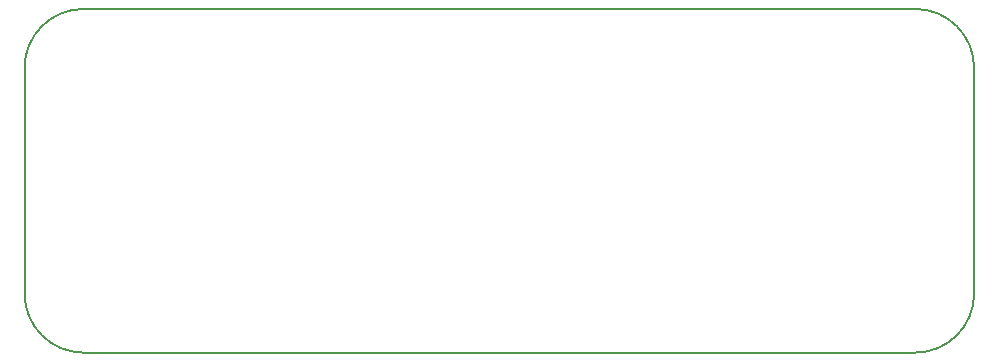
<source format=gko>
G04 DesignSpark PCB Gerber Version 12.0 Build 5942*
%FSLAX35Y35*%
%MOMM*%
%ADD13C,0.12700*%
X0Y0D02*
D02*
D13*
X42200000Y44265000D02*
X49240000D01*
G75*
G03*
X49740000Y44765000I0J500000D01*
G01*
Y46675000D01*
G75*
G03*
X49240000Y47175000I-500000J0D01*
G01*
X42200000D01*
G75*
G03*
X41700000Y46675000I0J-500000D01*
G01*
Y44765000D01*
G75*
G03*
X42200000Y44265000I500000J0D01*
G01*
X0Y0D02*
M02*

</source>
